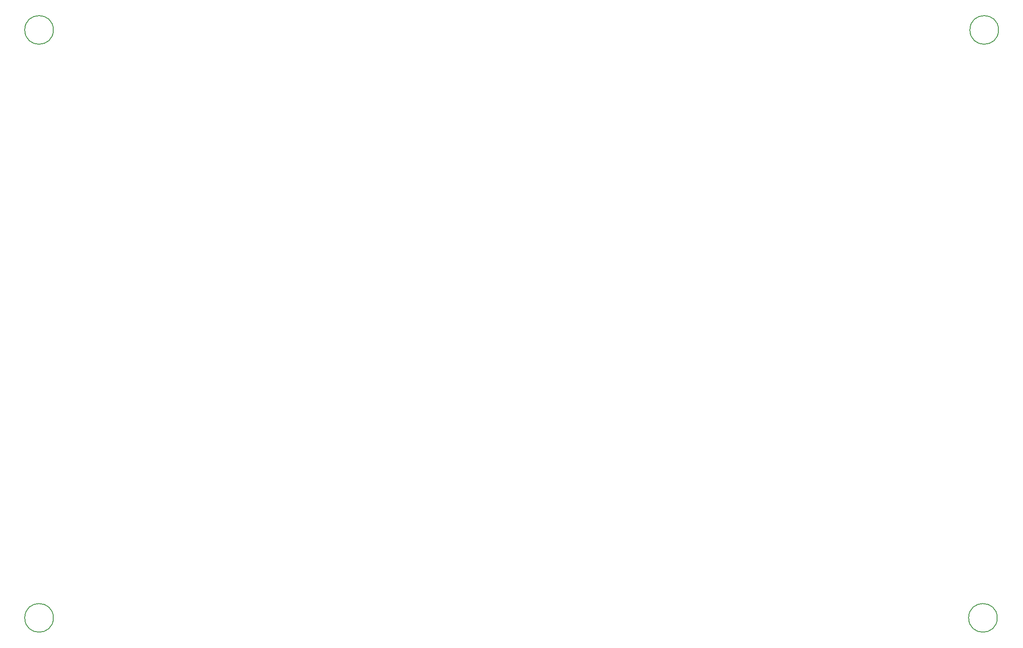
<source format=gbr>
%TF.GenerationSoftware,KiCad,Pcbnew,7.0.9*%
%TF.CreationDate,2024-03-04T14:23:29-07:00*%
%TF.ProjectId,picoAWG,7069636f-4157-4472-9e6b-696361645f70,rev?*%
%TF.SameCoordinates,Original*%
%TF.FileFunction,Other,Comment*%
%FSLAX46Y46*%
G04 Gerber Fmt 4.6, Leading zero omitted, Abs format (unit mm)*
G04 Created by KiCad (PCBNEW 7.0.9) date 2024-03-04 14:23:29*
%MOMM*%
%LPD*%
G01*
G04 APERTURE LIST*
%ADD10C,0.150000*%
G04 APERTURE END LIST*
D10*
%TO.C,REF\u002A\u002A*%
X249668690Y-149536270D02*
G75*
G03*
X249668690Y-149536270I-2800000J0D01*
G01*
X64918690Y-149536270D02*
G75*
G03*
X64918690Y-149536270I-2800000J0D01*
G01*
X249918690Y-34536270D02*
G75*
G03*
X249918690Y-34536270I-2800000J0D01*
G01*
X64918690Y-34536270D02*
G75*
G03*
X64918690Y-34536270I-2800000J0D01*
G01*
%TD*%
M02*

</source>
